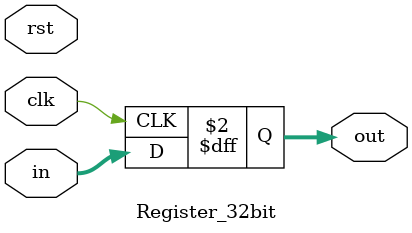
<source format=v>
`timescale 1ns / 1ps


module Register_32bit(clk,rst, in,out);
    input clk, rst;
    input [31:0] in;
    output reg [31:0] out;

always @(posedge clk) begin
   begin
        out <= in;
    end
     end

endmodule

</source>
